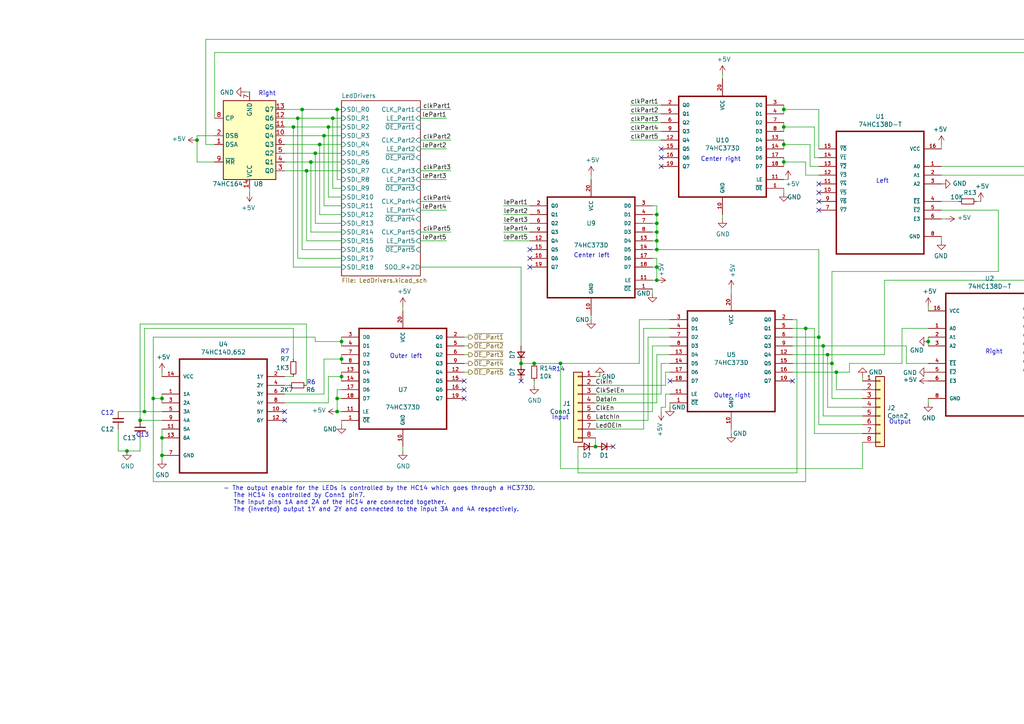
<source format=kicad_sch>
(kicad_sch (version 20230121) (generator eeschema)
  (paper "A4")
  (lib_symbols
    (symbol "74HC373D-74HC373D_1" (pin_names (offset 1.016))
      (property "Reference" "U" (at -5.588 16.7386 0))
      (property "Value" "74HC373D" (at 1.27 -17.78 0))
      (symbol "74HC373D-74HC373D_1_0_0"
        (pin tri_state line (at -17.78 -12.7 0) (length 5.08) (name "~{OE}") (number "1"))
        (pin passive line (at 0 -20.32 90) (length 5.08) (name "GND") (number "10"))
        (pin input line (at -17.78 -10.16 0) (length 5.08) (name "LE") (number "11"))
        (pin output line (at 17.78 1.27 180) (length 5.08) (name "Q4") (number "12"))
        (pin input line (at -17.78 1.27 0) (length 5.08) (name "D4") (number "13"))
        (pin input line (at -17.78 -1.27 0) (length 5.08) (name "D5") (number "14"))
        (pin output line (at 17.78 -1.27 180) (length 5.08) (name "Q5") (number "15"))
        (pin output line (at 17.78 -3.81 180) (length 5.08) (name "Q6") (number "16"))
        (pin input line (at -17.78 -3.81 0) (length 5.08) (name "D6") (number "17"))
        (pin input line (at -17.78 -6.35 0) (length 5.08) (name "D7") (number "18"))
        (pin output line (at 17.78 -6.35 180) (length 5.08) (name "Q7") (number "19"))
        (pin output line (at 17.78 11.43 180) (length 5.08) (name "Q0") (number "2"))
        (pin power_in line (at 0 19.05 270) (length 5.08) (name "VCC") (number "20"))
        (pin input line (at -17.78 11.43 0) (length 5.08) (name "D0") (number "3"))
        (pin input line (at -17.78 8.89 0) (length 5.08) (name "D1") (number "4"))
        (pin output line (at 17.78 8.89 180) (length 5.08) (name "Q1") (number "5"))
        (pin output line (at 17.78 6.35 180) (length 5.08) (name "Q2") (number "6"))
        (pin input line (at -17.78 6.35 0) (length 5.08) (name "D2") (number "7"))
        (pin input line (at -17.78 3.81 0) (length 5.08) (name "D3") (number "8"))
        (pin output line (at 17.78 3.81 180) (length 5.08) (name "Q3") (number "9"))
      )
    )
    (symbol "74HC373D-74HC373D_2" (pin_names (offset 1.016))
      (property "Reference" "U" (at -5.588 16.7386 0))
      (property "Value" "74HC373D" (at 1.27 -17.78 0))
      (symbol "74HC373D-74HC373D_2_0_0"
        (pin tri_state line (at -17.78 -12.7 0) (length 5.08) (name "~{OE}") (number "1"))
        (pin passive line (at 0 -20.32 90) (length 5.08) (name "GND") (number "10"))
        (pin input line (at -17.78 -10.16 0) (length 5.08) (name "LE") (number "11"))
        (pin output line (at 17.78 1.27 180) (length 5.08) (name "Q4") (number "12"))
        (pin input line (at -17.78 1.27 0) (length 5.08) (name "D4") (number "13"))
        (pin input line (at -17.78 -1.27 0) (length 5.08) (name "D5") (number "14"))
        (pin output line (at 17.78 -1.27 180) (length 5.08) (name "Q5") (number "15"))
        (pin output line (at 17.78 -3.81 180) (length 5.08) (name "Q6") (number "16"))
        (pin input line (at -17.78 -3.81 0) (length 5.08) (name "D6") (number "17"))
        (pin input line (at -17.78 -6.35 0) (length 5.08) (name "D7") (number "18"))
        (pin output line (at 17.78 -6.35 180) (length 5.08) (name "Q7") (number "19"))
        (pin output line (at 17.78 11.43 180) (length 5.08) (name "Q0") (number "2"))
        (pin power_in line (at 0 19.05 270) (length 5.08) (name "VCC") (number "20"))
        (pin input line (at -17.78 11.43 0) (length 5.08) (name "D0") (number "3"))
        (pin input line (at -17.78 8.89 0) (length 5.08) (name "D1") (number "4"))
        (pin output line (at 17.78 8.89 180) (length 5.08) (name "Q1") (number "5"))
        (pin output line (at 17.78 6.35 180) (length 5.08) (name "Q2") (number "6"))
        (pin input line (at -17.78 6.35 0) (length 5.08) (name "D2") (number "7"))
        (pin input line (at -17.78 3.81 0) (length 5.08) (name "D3") (number "8"))
        (pin output line (at 17.78 3.81 180) (length 5.08) (name "Q3") (number "9"))
      )
    )
    (symbol "74HC373D-74HC373D_3" (pin_names (offset 1.016))
      (property "Reference" "U" (at -5.588 16.7386 0))
      (property "Value" "74HC373D" (at 1.27 -17.78 0))
      (symbol "74HC373D-74HC373D_3_0_0"
        (pin tri_state line (at -17.78 -12.7 0) (length 5.08) (name "~{OE}") (number "1"))
        (pin passive line (at 0 -20.32 90) (length 5.08) (name "GND") (number "10"))
        (pin input line (at -17.78 -10.16 0) (length 5.08) (name "LE") (number "11"))
        (pin output line (at 17.78 1.27 180) (length 5.08) (name "Q4") (number "12"))
        (pin input line (at -17.78 1.27 0) (length 5.08) (name "D4") (number "13"))
        (pin input line (at -17.78 -1.27 0) (length 5.08) (name "D5") (number "14"))
        (pin output line (at 17.78 -1.27 180) (length 5.08) (name "Q5") (number "15"))
        (pin output line (at 17.78 -3.81 180) (length 5.08) (name "Q6") (number "16"))
        (pin input line (at -17.78 -3.81 0) (length 5.08) (name "D6") (number "17"))
        (pin input line (at -17.78 -6.35 0) (length 5.08) (name "D7") (number "18"))
        (pin output line (at 17.78 -6.35 180) (length 5.08) (name "Q7") (number "19"))
        (pin output line (at 17.78 11.43 180) (length 5.08) (name "Q0") (number "2"))
        (pin power_in line (at 0 19.05 270) (length 5.08) (name "VCC") (number "20"))
        (pin input line (at -17.78 11.43 0) (length 5.08) (name "D0") (number "3"))
        (pin input line (at -17.78 8.89 0) (length 5.08) (name "D1") (number "4"))
        (pin output line (at 17.78 8.89 180) (length 5.08) (name "Q1") (number "5"))
        (pin output line (at 17.78 6.35 180) (length 5.08) (name "Q2") (number "6"))
        (pin input line (at -17.78 6.35 0) (length 5.08) (name "D2") (number "7"))
        (pin input line (at -17.78 3.81 0) (length 5.08) (name "D3") (number "8"))
        (pin output line (at 17.78 3.81 180) (length 5.08) (name "Q3") (number "9"))
      )
    )
    (symbol "74xx:74HC164"
      (property "Reference" "U" (at 1.905 -13.97 0))
      (property "Value" "74HC164" (at 1.905 -16.51 0))
      (symbol "74HC164_1_1"
        (pin input line (at -10.16 0 0) (length 2.54) (name "DSA") (number "1"))
        (pin output line (at 10.16 -2.54 180) (length 2.54) (name "Q4") (number "10"))
        (pin output line (at 10.16 -5.08 180) (length 2.54) (name "Q5") (number "11"))
        (pin output line (at 10.16 -7.62 180) (length 2.54) (name "Q6") (number "12"))
        (pin output line (at 10.16 -10.16 180) (length 2.54) (name "Q7") (number "13"))
        (pin power_in line (at 0 12.7 270) (length 2.54) (name "VCC") (number "14"))
        (pin input line (at -10.16 -2.54 0) (length 2.54) (name "DSB") (number "2"))
        (pin output line (at 10.16 7.62 180) (length 2.54) (name "Q0") (number "3"))
        (pin output line (at 10.16 5.08 180) (length 2.54) (name "Q1") (number "4"))
        (pin output line (at 10.16 2.54 180) (length 2.54) (name "Q2") (number "5"))
        (pin output line (at 10.16 0 180) (length 2.54) (name "Q3") (number "6"))
        (pin power_in line (at 0 -15.24 90) (length 2.54) (name "GND") (number "7"))
        (pin input line (at -10.16 -7.62 0) (length 2.54) (name "CP") (number "8"))
        (pin input line (at -10.16 5.08 0) (length 2.54) (name "~{MR}") (number "9"))
      )
    )
    (symbol "Connector_Generic:Conn_01x08" (pin_names (offset 1.016) hide)
      (property "Reference" "J" (at 0 10.16 0))
      (property "Value" "Conn_01x08" (at 0 -12.7 0))
      (symbol "Conn_01x08_1_1"
        (pin passive line (at -5.08 7.62 0) (length 3.81) (name "Pin_1") (number "1"))
        (pin passive line (at -5.08 5.08 0) (length 3.81) (name "Pin_2") (number "2"))
        (pin passive line (at -5.08 2.54 0) (length 3.81) (name "Pin_3") (number "3"))
        (pin passive line (at -5.08 0 0) (length 3.81) (name "Pin_4") (number "4"))
        (pin passive line (at -5.08 -2.54 0) (length 3.81) (name "Pin_5") (number "5"))
        (pin passive line (at -5.08 -5.08 0) (length 3.81) (name "Pin_6") (number "6"))
        (pin passive line (at -5.08 -7.62 0) (length 3.81) (name "Pin_7") (number "7"))
        (pin passive line (at -5.08 -10.16 0) (length 3.81) (name "Pin_8") (number "8"))
      )
    )
    (symbol "Connector_Generic:Conn_01x09" (pin_names (offset 1.016) hide)
      (property "Reference" "J" (at 0 12.7 0))
      (property "Value" "Conn_01x09" (at 0 -12.7 0))
      (symbol "Conn_01x09_1_1"
        (pin passive line (at -5.08 10.16 0) (length 3.81) (name "Pin_1") (number "1"))
        (pin passive line (at -5.08 7.62 0) (length 3.81) (name "Pin_2") (number "2"))
        (pin passive line (at -5.08 5.08 0) (length 3.81) (name "Pin_3") (number "3"))
        (pin passive line (at -5.08 2.54 0) (length 3.81) (name "Pin_4") (number "4"))
        (pin passive line (at -5.08 0 0) (length 3.81) (name "Pin_5") (number "5"))
        (pin passive line (at -5.08 -2.54 0) (length 3.81) (name "Pin_6") (number "6"))
        (pin passive line (at -5.08 -5.08 0) (length 3.81) (name "Pin_7") (number "7"))
        (pin passive line (at -5.08 -7.62 0) (length 3.81) (name "Pin_8") (number "8"))
        (pin passive line (at -5.08 -10.16 0) (length 3.81) (name "Pin_9") (number "9"))
      )
    )
    (symbol "Device:C_Small" (pin_numbers hide) (pin_names (offset 0.254) hide)
      (property "Reference" "C" (at 0.254 1.778 0))
      (property "Value" "C_Small" (at 0.254 -2.032 0))
      (symbol "C_Small_1_1"
        (pin passive line (at 0 2.54 270) (length 2.032) (name "~") (number "1"))
        (pin passive line (at 0 -2.54 90) (length 2.032) (name "~") (number "2"))
      )
    )
    (symbol "Device:D_Small" (pin_numbers hide) (pin_names (offset 0.254) hide)
      (property "Reference" "D" (at -1.27 2.032 0))
      (property "Value" "D_Small" (at -3.81 -2.032 0))
      (symbol "D_Small_1_1"
        (pin passive line (at -2.54 0 0) (length 1.778) (name "K") (number "1"))
        (pin passive line (at 2.54 0 180) (length 1.778) (name "A") (number "2"))
      )
    )
    (symbol "Device:R_Small" (pin_numbers hide) (pin_names (offset 0.254) hide)
      (property "Reference" "R" (at 0.762 0.508 0))
      (property "Value" "R_Small" (at 0.762 -1.016 0))
      (symbol "R_Small_1_1"
        (pin passive line (at 0 2.54 270) (length 0.762) (name "~") (number "1"))
        (pin passive line (at 0 -2.54 90) (length 0.762) (name "~") (number "2"))
      )
    )
    (symbol "LedMatrixBusLarge-rescue:74HC138D-T-74HC138D-T" (pin_names (offset 1.016))
      (property "Reference" "U" (at -5.2832 18.034 0))
      (property "Value" "74HC138D-T-74HC138D-T" (at -4.318 -24.9428 0))
      (symbol "74HC138D-T-74HC138D-T_0_0"
        (pin input line (at -17.78 5.08 0) (length 5.08) (name "A0") (number "1"))
        (pin output line (at 17.78 -2.54 180) (length 5.08) (name "~{Y5}") (number "10"))
        (pin output line (at 17.78 0 180) (length 5.08) (name "~{Y4}") (number "11"))
        (pin output line (at 17.78 2.54 180) (length 5.08) (name "~{Y3}") (number "12"))
        (pin output line (at 17.78 5.08 180) (length 5.08) (name "~{Y2}") (number "13"))
        (pin output line (at 17.78 7.62 180) (length 5.08) (name "~{Y1}") (number "14"))
        (pin output line (at 17.78 10.16 180) (length 5.08) (name "~{Y0}") (number "15"))
        (pin power_in line (at -17.78 10.16 0) (length 5.08) (name "VCC") (number "16"))
        (pin input line (at -17.78 2.54 0) (length 5.08) (name "A1") (number "2"))
        (pin input line (at -17.78 0 0) (length 5.08) (name "A2") (number "3"))
        (pin input line (at -17.78 -5.08 0) (length 5.08) (name "~{E1}") (number "4"))
        (pin input line (at -17.78 -7.62 0) (length 5.08) (name "~{E2}") (number "5"))
        (pin input line (at -17.78 -10.16 0) (length 5.08) (name "E3") (number "6"))
        (pin output line (at 17.78 -7.62 180) (length 5.08) (name "~{Y7}") (number "7"))
        (pin passive line (at -17.78 -15.24 0) (length 5.08) (name "GND") (number "8"))
        (pin output line (at 17.78 -5.08 180) (length 5.08) (name "~{Y6}") (number "9"))
      )
    )
    (symbol "LedMatrixBusLarge-rescue:74HC14D,652-74HC14D_652" (pin_names (offset 1.016))
      (property "Reference" "U" (at -5.3594 15.4432 0))
      (property "Value" "74HC14D,652-74HC14D_652" (at -3.7084 -25.1206 0))
      (symbol "74HC14D,652-74HC14D_652_0_0"
        (pin input line (at -17.78 2.54 0) (length 5.08) (name "1A") (number "1"))
        (pin output line (at 17.78 -2.54 180) (length 5.08) (name "5Y") (number "10"))
        (pin input line (at -17.78 -7.62 0) (length 5.08) (name "5A") (number "11"))
        (pin output line (at 17.78 -5.08 180) (length 5.08) (name "6Y") (number "12"))
        (pin input line (at -17.78 -10.16 0) (length 5.08) (name "6A") (number "13"))
        (pin power_in line (at -17.78 7.62 0) (length 5.08) (name "VCC") (number "14"))
        (pin output line (at 17.78 7.62 180) (length 5.08) (name "1Y") (number "2"))
        (pin input line (at -17.78 0 0) (length 5.08) (name "2A") (number "3"))
        (pin output line (at 17.78 5.08 180) (length 5.08) (name "2Y") (number "4"))
        (pin input line (at -17.78 -2.54 0) (length 5.08) (name "3A") (number "5"))
        (pin output line (at 17.78 2.54 180) (length 5.08) (name "3Y") (number "6"))
        (pin passive line (at -17.78 -15.24 0) (length 5.08) (name "GND") (number "7"))
        (pin output line (at 17.78 0 180) (length 5.08) (name "4Y") (number "8"))
        (pin input line (at -17.78 -5.08 0) (length 5.08) (name "4A") (number "9"))
      )
    )
    (symbol "LedMatrixBusLarge-rescue:74HC373D-74HC373D" (pin_names (offset 1.016))
      (property "Reference" "U" (at -5.588 16.7386 0))
      (property "Value" "74HC373D" (at 1.27 -17.78 0))
      (symbol "74HC373D-74HC373D_0_0"
        (pin tri_state line (at -17.78 -12.7 0) (length 5.08) (name "~{OE}") (number "1"))
        (pin passive line (at 0 -20.32 90) (length 5.08) (name "GND") (number "10"))
        (pin input line (at -17.78 -10.16 0) (length 5.08) (name "LE") (number "11"))
        (pin output line (at 17.78 1.27 180) (length 5.08) (name "Q4") (number "12"))
        (pin input line (at -17.78 1.27 0) (length 5.08) (name "D4") (number "13"))
        (pin input line (at -17.78 -1.27 0) (length 5.08) (name "D5") (number "14"))
        (pin output line (at 17.78 -1.27 180) (length 5.08) (name "Q5") (number "15"))
        (pin output line (at 17.78 -3.81 180) (length 5.08) (name "Q6") (number "16"))
        (pin input line (at -17.78 -3.81 0) (length 5.08) (name "D6") (number "17"))
        (pin input line (at -17.78 -6.35 0) (length 5.08) (name "D7") (number "18"))
        (pin output line (at 17.78 -6.35 180) (length 5.08) (name "Q7") (number "19"))
        (pin output line (at 17.78 11.43 180) (length 5.08) (name "Q0") (number "2"))
        (pin power_in line (at 0 19.05 270) (length 5.08) (name "VCC") (number "20"))
        (pin input line (at -17.78 11.43 0) (length 5.08) (name "D0") (number "3"))
        (pin input line (at -17.78 8.89 0) (length 5.08) (name "D1") (number "4"))
        (pin output line (at 17.78 8.89 180) (length 5.08) (name "Q1") (number "5"))
        (pin output line (at 17.78 6.35 180) (length 5.08) (name "Q2") (number "6"))
        (pin input line (at -17.78 6.35 0) (length 5.08) (name "D2") (number "7"))
        (pin input line (at -17.78 3.81 0) (length 5.08) (name "D3") (number "8"))
        (pin output line (at 17.78 3.81 180) (length 5.08) (name "Q3") (number "9"))
      )
    )
    (symbol "power:+5V" (power) (pin_names (offset 0))
      (property "Value" "+5V" (at 0 3.556 0))
      (symbol "+5V_1_1"
        (pin power_in line (at 0 0 90) (length 0) hide (name "+5V") (number "1"))
      )
    )
    (symbol "power:GND" (power) (pin_names (offset 0))
      (property "Value" "GND" (at 0 -3.81 0))
      (symbol "GND_1_1"
        (pin power_in line (at 0 0 270) (length 0) hide (name "GND") (number "1"))
      )
    )
  )
  (junction (at 46.99 132.08))
  (junction (at 190.5 72.39))
  (junction (at 306.07 81.28))
  (junction (at 227.33 36.83))
  (junction (at 233.68 95.25))
  (junction (at 88.9 49.53))
  (junction (at 227.33 31.75))
  (junction (at 40.64 121.92))
  (junction (at 240.03 102.87))
  (junction (at 97.79 31.75))
  (junction (at 154.94 105.41))
  (junction (at 99.06 104.14))
  (junction (at 96.52 34.29))
  (junction (at 269.24 99.06))
  (junction (at 356.87 90.17))
  (junction (at 356.87 97.79))
  (junction (at 190.5 67.31))
  (junction (at 46.99 127))
  (junction (at 44.45 115.57))
  (junction (at 190.5 81.28))
  (junction (at 91.44 44.45))
  (junction (at 99.06 109.22))
  (junction (at 90.17 46.99))
  (junction (at 241.3 105.41))
  (junction (at 238.76 100.33))
  (junction (at 97.79 119.38))
  (junction (at 36.83 130.81))
  (junction (at 92.71 41.91))
  (junction (at 151.13 105.41))
  (junction (at 99.06 99.06))
  (junction (at 93.98 39.37))
  (junction (at 242.57 107.95))
  (junction (at 172.72 129.54))
  (junction (at 41.91 119.38))
  (junction (at 321.31 92.71))
  (junction (at 237.49 97.79))
  (junction (at 190.5 64.77))
  (junction (at 86.36 34.29))
  (junction (at 227.33 46.99))
  (junction (at 162.56 105.41))
  (junction (at 227.33 41.91))
  (junction (at 95.25 36.83))
  (junction (at 87.63 31.75))
  (junction (at 46.99 115.57))
  (junction (at 97.79 115.57))
  (junction (at 190.5 77.47))
  (junction (at 190.5 62.23))
  (junction (at 190.5 69.85))
  (junction (at 85.09 36.83))
  (junction (at 57.15 40.64))
  (no_connect (at 151.13 110.49))
  (no_connect (at 304.8 95.25))
  (no_connect (at 229.87 110.49))
  (no_connect (at 134.62 113.03))
  (no_connect (at 177.8 129.54))
  (no_connect (at 153.67 74.93))
  (no_connect (at 153.67 72.39))
  (no_connect (at 194.31 110.49))
  (no_connect (at 191.77 45.72))
  (no_connect (at 304.8 107.95))
  (no_connect (at 82.55 119.38))
  (no_connect (at 237.49 58.42))
  (no_connect (at 82.55 121.92))
  (no_connect (at 304.8 102.87))
  (no_connect (at 304.8 100.33))
  (no_connect (at 237.49 53.34))
  (no_connect (at 304.8 97.79))
  (no_connect (at 134.62 110.49))
  (no_connect (at 153.67 77.47))
  (no_connect (at 134.62 115.57))
  (no_connect (at 237.49 60.96))
  (no_connect (at 191.77 43.18))
  (no_connect (at 191.77 48.26))
  (no_connect (at 237.49 55.88))
  (no_connect (at 304.8 105.41))
  (wire (pts (xy 273.05 41.91) (xy 273.05 43.18)))
  (wire (pts (xy 41.91 95.25) (xy 85.09 95.25)))
  (wire (pts (xy 99.06 104.14) (xy 93.98 104.14)))
  (wire (pts (xy 350.52 100.33) (xy 350.52 96.52)))
  (wire (pts (xy 92.71 41.91) (xy 99.06 41.91)))
  (wire (pts (xy 86.36 74.93) (xy 86.36 34.29)))
  (wire (pts (xy 135.89 107.95) (xy 134.62 107.95)))
  (wire (pts (xy 358.14 100.33) (xy 350.52 100.33)))
  (wire (pts (xy 99.06 121.92) (xy 99.06 123.19)))
  (wire (pts (xy 121.92 77.47) (xy 151.13 77.47)))
  (wire (pts (xy 234.95 48.26) (xy 234.95 41.91)))
  (wire (pts (xy 189.23 100.33) (xy 194.31 100.33)))
  (wire (pts (xy 91.44 97.79) (xy 91.44 99.06)))
  (wire (pts (xy 82.55 39.37) (xy 93.98 39.37)))
  (wire (pts (xy 187.96 121.92) (xy 187.96 97.79)))
  (wire (pts (xy 85.09 77.47) (xy 85.09 36.83)))
  (wire (pts (xy 347.98 107.95) (xy 347.98 101.6)))
  (wire (pts (xy 227.33 41.91) (xy 227.33 43.18)))
  (wire (pts (xy 358.14 95.25) (xy 345.44 95.25)))
  (wire (pts (xy 91.44 99.06) (xy 99.06 99.06)))
  (wire (pts (xy 121.92 58.42) (xy 130.81 58.42)))
  (wire (pts (xy 289.56 78.74) (xy 289.56 60.96)))
  (wire (pts (xy 190.5 59.69) (xy 190.5 62.23)))
  (wire (pts (xy 90.17 46.99) (xy 99.06 46.99)))
  (wire (pts (xy 82.55 46.99) (xy 90.17 46.99)))
  (wire (pts (xy 193.04 107.95) (xy 194.31 107.95)))
  (wire (pts (xy 236.22 45.72) (xy 236.22 36.83)))
  (wire (pts (xy 82.55 36.83) (xy 85.09 36.83)))
  (wire (pts (xy 274.32 63.5) (xy 273.05 63.5)))
  (wire (pts (xy 71.12 26.67) (xy 72.39 26.67)))
  (wire (pts (xy 227.33 35.56) (xy 227.33 36.83)))
  (wire (pts (xy 321.31 92.71) (xy 321.31 99.06)))
  (wire (pts (xy 82.55 116.84) (xy 95.25 116.84)))
  (wire (pts (xy 375.92 48.26) (xy 273.05 48.26)))
  (wire (pts (xy 91.44 64.77) (xy 91.44 44.45)))
  (wire (pts (xy 193.04 111.76) (xy 193.04 107.95)))
  (wire (pts (xy 95.25 109.22) (xy 95.25 116.84)))
  (wire (pts (xy 193.04 118.11) (xy 191.77 118.11)))
  (wire (pts (xy 99.06 62.23) (xy 92.71 62.23)))
  (wire (pts (xy 172.72 121.92) (xy 187.96 121.92)))
  (wire (pts (xy 162.56 135.89) (xy 162.56 105.41)))
  (wire (pts (xy 234.95 41.91) (xy 227.33 41.91)))
  (wire (pts (xy 34.29 119.38) (xy 41.91 119.38)))
  (wire (pts (xy 34.29 124.46) (xy 34.29 130.81)))
  (wire (pts (xy 261.62 105.41) (xy 261.62 95.25)))
  (wire (pts (xy 46.99 114.3) (xy 46.99 115.57)))
  (wire (pts (xy 172.72 119.38) (xy 189.23 119.38)))
  (wire (pts (xy 95.25 57.15) (xy 95.25 36.83)))
  (wire (pts (xy 308.61 92.71) (xy 304.8 92.71)))
  (wire (pts (xy 82.55 31.75) (xy 87.63 31.75)))
  (wire (pts (xy 46.99 124.46) (xy 46.99 127)))
  (wire (pts (xy 190.5 72.39) (xy 237.49 72.39)))
  (wire (pts (xy 162.56 135.89) (xy 250.19 135.89)))
  (wire (pts (xy 59.69 11.43) (xy 59.69 41.91)))
  (wire (pts (xy 250.19 118.11) (xy 240.03 118.11)))
  (wire (pts (xy 93.98 39.37) (xy 99.06 39.37)))
  (wire (pts (xy 227.33 31.75) (xy 237.49 31.75)))
  (wire (pts (xy 345.44 111.76) (xy 374.65 111.76)))
  (wire (pts (xy 36.83 130.81) (xy 40.64 130.81)))
  (wire (pts (xy 97.79 119.38) (xy 99.06 119.38)))
  (wire (pts (xy 241.3 105.41) (xy 241.3 78.74)))
  (wire (pts (xy 190.5 77.47) (xy 190.5 81.28)))
  (wire (pts (xy 229.87 92.71) (xy 231.14 92.71)))
  (wire (pts (xy 227.33 33.02) (xy 227.33 31.75)))
  (wire (pts (xy 194.31 116.84) (xy 194.31 118.11)))
  (wire (pts (xy 182.88 35.56) (xy 191.77 35.56)))
  (wire (pts (xy 227.33 52.07) (xy 228.6 52.07)))
  (wire (pts (xy 99.06 113.03) (xy 97.79 113.03)))
  (wire (pts (xy 240.03 102.87) (xy 229.87 102.87)))
  (wire (pts (xy 62.23 15.24) (xy 62.23 34.29)))
  (wire (pts (xy 374.65 50.8) (xy 273.05 50.8)))
  (wire (pts (xy 99.06 99.06) (xy 99.06 97.79)))
  (wire (pts (xy 349.25 99.06) (xy 344.17 99.06)))
  (wire (pts (xy 345.44 87.63) (xy 358.14 87.63)))
  (wire (pts (xy 237.49 123.19) (xy 237.49 97.79)))
  (wire (pts (xy 323.85 104.14) (xy 308.61 104.14)))
  (wire (pts (xy 121.92 52.07) (xy 129.54 52.07)))
  (wire (pts (xy 99.06 104.14) (xy 99.06 105.41)))
  (wire (pts (xy 256.54 81.28) (xy 256.54 102.87)))
  (wire (pts (xy 236.22 125.73) (xy 236.22 95.25)))
  (wire (pts (xy 345.44 91.44) (xy 344.17 91.44)))
  (wire (pts (xy 241.3 78.74) (xy 289.56 78.74)))
  (wire (pts (xy 233.68 46.99) (xy 227.33 46.99)))
  (wire (pts (xy 167.64 137.16) (xy 231.14 137.16)))
  (wire (pts (xy 344.17 113.03) (xy 375.92 113.03)))
  (wire (pts (xy 185.42 105.41) (xy 185.42 92.71)))
  (wire (pts (xy 308.61 104.14) (xy 308.61 92.71)))
  (wire (pts (xy 237.49 31.75) (xy 237.49 43.18)))
  (wire (pts (xy 262.89 105.41) (xy 269.24 105.41)))
  (wire (pts (xy 99.06 59.69) (xy 93.98 59.69)))
  (wire (pts (xy 40.64 121.92) (xy 40.64 93.98)))
  (wire (pts (xy 242.57 107.95) (xy 246.38 107.95)))
  (wire (pts (xy 273.05 58.42) (xy 278.13 58.42)))
  (wire (pts (xy 182.88 40.64) (xy 191.77 40.64)))
  (wire (pts (xy 46.99 121.92) (xy 40.64 121.92)))
  (wire (pts (xy 189.23 119.38) (xy 189.23 100.33)))
  (wire (pts (xy 151.13 100.33) (xy 151.13 77.47)))
  (wire (pts (xy 190.5 69.85) (xy 190.5 72.39)))
  (wire (pts (xy 121.92 49.53) (xy 130.81 49.53)))
  (wire (pts (xy 347.98 101.6) (xy 344.17 101.6)))
  (wire (pts (xy 99.06 115.57) (xy 97.79 115.57)))
  (wire (pts (xy 314.96 96.52) (xy 323.85 96.52)))
  (wire (pts (xy 154.94 105.41) (xy 162.56 105.41)))
  (wire (pts (xy 233.68 139.7) (xy 44.45 139.7)))
  (wire (pts (xy 134.62 102.87) (xy 135.89 102.87)))
  (wire (pts (xy 250.19 109.22) (xy 250.19 110.49)))
  (wire (pts (xy 41.91 119.38) (xy 41.91 95.25)))
  (wire (pts (xy 231.14 137.16) (xy 231.14 92.71)))
  (wire (pts (xy 269.24 116.84) (xy 269.24 115.57)))
  (wire (pts (xy 99.06 74.93) (xy 86.36 74.93)))
  (wire (pts (xy 212.09 125.73) (xy 212.09 124.46)))
  (wire (pts (xy 88.9 49.53) (xy 99.06 49.53)))
  (wire (pts (xy 246.38 105.41) (xy 261.62 105.41)))
  (wire (pts (xy 227.33 40.64) (xy 227.33 41.91)))
  (wire (pts (xy 356.87 81.28) (xy 356.87 90.17)))
  (wire (pts (xy 44.45 97.79) (xy 44.45 115.57)))
  (wire (pts (xy 334.01 113.03) (xy 334.01 111.76)))
  (wire (pts (xy 72.39 54.61) (xy 72.39 55.88)))
  (wire (pts (xy 172.72 116.84) (xy 190.5 116.84)))
  (wire (pts (xy 134.62 100.33) (xy 135.89 100.33)))
  (wire (pts (xy 91.44 44.45) (xy 99.06 44.45)))
  (wire (pts (xy 189.23 72.39) (xy 190.5 72.39)))
  (wire (pts (xy 85.09 36.83) (xy 95.25 36.83)))
  (wire (pts (xy 97.79 113.03) (xy 97.79 115.57)))
  (wire (pts (xy 121.92 43.18) (xy 129.54 43.18)))
  (wire (pts (xy 358.14 92.71) (xy 345.44 92.71)))
  (wire (pts (xy 190.5 116.84) (xy 190.5 102.87)))
  (wire (pts (xy 82.55 109.22) (xy 85.09 109.22)))
  (wire (pts (xy 212.09 83.82) (xy 212.09 85.09)))
  (wire (pts (xy 236.22 36.83) (xy 227.33 36.83)))
  (wire (pts (xy 191.77 114.3) (xy 191.77 105.41)))
  (wire (pts (xy 99.06 102.87) (xy 99.06 104.14)))
  (wire (pts (xy 182.88 38.1) (xy 191.77 38.1)))
  (wire (pts (xy 227.33 31.75) (xy 227.33 30.48)))
  (wire (pts (xy 87.63 72.39) (xy 87.63 31.75)))
  (wire (pts (xy 269.24 99.06) (xy 269.24 100.33)))
  (wire (pts (xy 194.31 114.3) (xy 193.04 114.3)))
  (wire (pts (xy 59.69 41.91) (xy 62.23 41.91)))
  (wire (pts (xy 189.23 74.93) (xy 190.5 74.93)))
  (wire (pts (xy 97.79 115.57) (xy 97.79 119.38)))
  (wire (pts (xy 190.5 62.23) (xy 190.5 64.77)))
  (wire (pts (xy 189.23 83.82) (xy 189.23 85.09)))
  (wire (pts (xy 350.52 96.52) (xy 344.17 96.52)))
  (wire (pts (xy 154.94 111.76) (xy 154.94 110.49)))
  (wire (pts (xy 182.88 30.48) (xy 191.77 30.48)))
  (wire (pts (xy 34.29 130.81) (xy 36.83 130.81)))
  (wire (pts (xy 187.96 97.79) (xy 194.31 97.79)))
  (wire (pts (xy 82.55 41.91) (xy 92.71 41.91)))
  (wire (pts (xy 121.92 60.96) (xy 129.54 60.96)))
  (wire (pts (xy 375.92 113.03) (xy 375.92 48.26)))
  (wire (pts (xy 358.14 105.41) (xy 356.87 105.41)))
  (wire (pts (xy 237.49 50.8) (xy 233.68 50.8)))
  (wire (pts (xy 93.98 114.3) (xy 82.55 114.3)))
  (wire (pts (xy 99.06 77.47) (xy 85.09 77.47)))
  (wire (pts (xy 190.5 67.31) (xy 190.5 69.85)))
  (wire (pts (xy 121.92 31.75) (xy 130.81 31.75)))
  (wire (pts (xy 238.76 100.33) (xy 262.89 100.33)))
  (wire (pts (xy 356.87 90.17) (xy 358.14 90.17)))
  (wire (pts (xy 96.52 34.29) (xy 86.36 34.29)))
  (wire (pts (xy 99.06 72.39) (xy 87.63 72.39)))
  (wire (pts (xy 162.56 105.41) (xy 185.42 105.41)))
  (wire (pts (xy 189.23 67.31) (xy 190.5 67.31)))
  (wire (pts (xy 250.19 115.57) (xy 241.3 115.57)))
  (wire (pts (xy 44.45 97.79) (xy 91.44 97.79)))
  (wire (pts (xy 93.98 59.69) (xy 93.98 39.37)))
  (wire (pts (xy 116.84 88.9) (xy 116.84 90.17)))
  (wire (pts (xy 146.05 67.31) (xy 153.67 67.31)))
  (wire (pts (xy 345.44 87.63) (xy 345.44 88.9)))
  (wire (pts (xy 88.9 111.76) (xy 88.9 93.98)))
  (wire (pts (xy 99.06 69.85) (xy 88.9 69.85)))
  (wire (pts (xy 57.15 46.99) (xy 62.23 46.99)))
  (wire (pts (xy 46.99 115.57) (xy 46.99 116.84)))
  (wire (pts (xy 306.07 81.28) (xy 306.07 11.43)))
  (wire (pts (xy 121.92 40.64) (xy 130.81 40.64)))
  (wire (pts (xy 99.06 109.22) (xy 99.06 110.49)))
  (wire (pts (xy 189.23 62.23) (xy 190.5 62.23)))
  (wire (pts (xy 345.44 95.25) (xy 345.44 93.98)))
  (wire (pts (xy 227.33 45.72) (xy 227.33 46.99)))
  (wire (pts (xy 250.19 123.19) (xy 237.49 123.19)))
  (wire (pts (xy 269.24 97.79) (xy 269.24 99.06)))
  (wire (pts (xy 358.14 107.95) (xy 347.98 107.95)))
  (wire (pts (xy 190.5 74.93) (xy 190.5 77.47)))
  (wire (pts (xy 95.25 109.22) (xy 99.06 109.22)))
  (wire (pts (xy 62.23 39.37) (xy 57.15 39.37)))
  (wire (pts (xy 57.15 39.37) (xy 57.15 40.64)))
  (wire (pts (xy 321.31 99.06) (xy 323.85 99.06)))
  (wire (pts (xy 269.24 88.9) (xy 269.24 90.17)))
  (wire (pts (xy 146.05 62.23) (xy 153.67 62.23)))
  (wire (pts (xy 40.64 93.98) (xy 88.9 93.98)))
  (wire (pts (xy 171.45 91.44) (xy 171.45 92.71)))
  (wire (pts (xy 344.17 104.14) (xy 345.44 104.14)))
  (wire (pts (xy 237.49 48.26) (xy 234.95 48.26)))
  (wire (pts (xy 189.23 64.77) (xy 190.5 64.77)))
  (wire (pts (xy 121.92 69.85) (xy 129.54 69.85)))
  (wire (pts (xy 321.31 91.44) (xy 321.31 92.71)))
  (wire (pts (xy 344.17 106.68) (xy 344.17 113.03)))
  (wire (pts (xy 185.42 92.71) (xy 194.31 92.71)))
  (wire (pts (xy 82.55 49.53) (xy 88.9 49.53)))
  (wire (pts (xy 153.67 69.85) (xy 146.05 69.85)))
  (wire (pts (xy 227.33 36.83) (xy 227.33 38.1)))
  (wire (pts (xy 209.55 21.59) (xy 209.55 22.86)))
  (wire (pts (xy 345.44 92.71) (xy 345.44 91.44)))
  (wire (pts (xy 356.87 105.41) (xy 356.87 97.79)))
  (wire (pts (xy 99.06 67.31) (xy 90.17 67.31)))
  (wire (pts (xy 190.5 64.77) (xy 190.5 67.31)))
  (wire (pts (xy 250.19 113.03) (xy 242.57 113.03)))
  (wire (pts (xy 134.62 105.41) (xy 135.89 105.41)))
  (wire (pts (xy 233.68 95.25) (xy 233.68 139.7)))
  (wire (pts (xy 240.03 102.87) (xy 256.54 102.87)))
  (wire (pts (xy 242.57 113.03) (xy 242.57 107.95)))
  (wire (pts (xy 40.64 130.81) (xy 40.64 127)))
  (wire (pts (xy 99.06 107.95) (xy 99.06 109.22)))
  (wire (pts (xy 46.99 107.95) (xy 46.99 109.22)))
  (wire (pts (xy 306.07 81.28) (xy 314.96 81.28)))
  (wire (pts (xy 82.55 44.45) (xy 91.44 44.45)))
  (wire (pts (xy 306.07 11.43) (xy 59.69 11.43)))
  (wire (pts (xy 189.23 59.69) (xy 190.5 59.69)))
  (wire (pts (xy 191.77 105.41) (xy 194.31 105.41)))
  (wire (pts (xy 93.98 104.14) (xy 93.98 114.3)))
  (wire (pts (xy 46.99 132.08) (xy 46.99 133.35)))
  (wire (pts (xy 46.99 115.57) (xy 44.45 115.57)))
  (wire (pts (xy 345.44 104.14) (xy 345.44 111.76)))
  (wire (pts (xy 356.87 97.79) (xy 356.87 90.17)))
  (wire (pts (xy 242.57 107.95) (xy 229.87 107.95)))
  (wire (pts (xy 237.49 97.79) (xy 229.87 97.79)))
  (wire (pts (xy 95.25 36.83) (xy 99.06 36.83)))
  (wire (pts (xy 171.45 50.8) (xy 171.45 52.07)))
  (wire (pts (xy 189.23 69.85) (xy 190.5 69.85)))
  (wire (pts (xy 289.56 60.96) (xy 273.05 60.96)))
  (wire (pts (xy 238.76 120.65) (xy 238.76 100.33)))
  (wire (pts (xy 130.81 67.31) (xy 121.92 67.31)))
  (wire (pts (xy 99.06 52.07) (xy 97.79 52.07)))
  (wire (pts (xy 349.25 102.87) (xy 349.25 99.06)))
  (wire (pts (xy 241.3 115.57) (xy 241.3 105.41)))
  (wire (pts (xy 241.3 105.41) (xy 229.87 105.41)))
  (wire (pts (xy 233.68 50.8) (xy 233.68 46.99)))
  (wire (pts (xy 227.33 54.61) (xy 227.33 55.88)))
  (wire (pts (xy 189.23 81.28) (xy 190.5 81.28)))
  (wire (pts (xy 238.76 100.33) (xy 229.87 100.33)))
  (wire (pts (xy 116.84 130.81) (xy 116.84 129.54)))
  (wire (pts (xy 44.45 115.57) (xy 44.45 139.7)))
  (wire (pts (xy 190.5 102.87) (xy 194.31 102.87)))
  (wire (pts (xy 96.52 54.61) (xy 96.52 34.29)))
  (wire (pts (xy 82.55 111.76) (xy 83.82 111.76)))
  (wire (pts (xy 97.79 52.07) (xy 97.79 31.75)))
  (wire (pts (xy 121.92 34.29) (xy 129.54 34.29)))
  (wire (pts (xy 146.05 64.77) (xy 153.67 64.77)))
  (wire (pts (xy 167.64 129.54) (xy 167.64 137.16)))
  (wire (pts (xy 250.19 128.27) (xy 250.19 135.89)))
  (wire (pts (xy 237.49 45.72) (xy 236.22 45.72)))
  (wire (pts (xy 86.36 34.29) (xy 82.55 34.29)))
  (wire (pts (xy 193.04 111.76) (xy 172.72 111.76)))
  (wire (pts (xy 334.01 82.55) (xy 334.01 83.82)))
  (wire (pts (xy 99.06 100.33) (xy 99.06 99.06)))
  (wire (pts (xy 186.69 95.25) (xy 194.31 95.25)))
  (wire (pts (xy 146.05 59.69) (xy 153.67 59.69)))
  (wire (pts (xy 85.09 104.14) (xy 85.09 95.25)))
  (wire (pts (xy 345.44 93.98) (xy 344.17 93.98)))
  (wire (pts (xy 99.06 64.77) (xy 91.44 64.77)))
  (wire (pts (xy 90.17 67.31) (xy 90.17 46.99)))
  (wire (pts (xy 374.65 111.76) (xy 374.65 50.8)))
  (wire (pts (xy 172.72 124.46) (xy 186.69 124.46)))
  (wire (pts (xy 284.48 58.42) (xy 283.21 58.42)))
  (wire (pts (xy 189.23 77.47) (xy 190.5 77.47)))
  (wire (pts (xy 250.19 125.73) (xy 236.22 125.73)))
  (wire (pts (xy 229.87 95.25) (xy 233.68 95.25)))
  (wire (pts (xy 191.77 118.11) (xy 191.77 119.38)))
  (wire (pts (xy 99.06 34.29) (xy 96.52 34.29)))
  (wire (pts (xy 99.06 54.61) (xy 96.52 54.61)))
  (wire (pts (xy 256.54 81.28) (xy 306.07 81.28)))
  (wire (pts (xy 261.62 95.25) (xy 269.24 95.25)))
  (wire (pts (xy 186.69 124.46) (xy 186.69 95.25)))
  (wire (pts (xy 87.63 31.75) (xy 97.79 31.75)))
  (wire (pts (xy 134.62 97.79) (xy 135.89 97.79)))
  (wire (pts (xy 246.38 107.95) (xy 246.38 105.41)))
  (wire (pts (xy 323.85 91.44) (xy 321.31 91.44)))
  (wire (pts (xy 182.88 33.02) (xy 191.77 33.02)))
  (wire (pts (xy 97.79 31.75) (xy 99.06 31.75)))
  (wire (pts (xy 193.04 114.3) (xy 193.04 118.11)))
  (wire (pts (xy 237.49 97.79) (xy 237.49 72.39)))
  (wire (pts (xy 173.99 109.22) (xy 172.72 109.22)))
  (wire (pts (xy 99.06 57.15) (xy 95.25 57.15)))
  (wire (pts (xy 151.13 105.41) (xy 154.94 105.41)))
  (wire (pts (xy 92.71 62.23) (xy 92.71 41.91)))
  (wire (pts (xy 304.8 90.17) (xy 304.8 15.24)))
  (wire (pts (xy 172.72 129.54) (xy 172.72 127)))
  (wire (pts (xy 304.8 15.24) (xy 62.23 15.24)))
  (wire (pts (xy 172.72 114.3) (xy 191.77 114.3)))
  (wire (pts (xy 88.9 69.85) (xy 88.9 49.53)))
  (wire (pts (xy 273.05 69.85) (xy 273.05 68.58)))
  (wire (pts (xy 236.22 95.25) (xy 233.68 95.25)))
  (wire (pts (xy 358.14 102.87) (xy 349.25 102.87)))
  (wire (pts (xy 356.87 97.79) (xy 358.14 97.79)))
  (wire (pts (xy 314.96 81.28) (xy 314.96 96.52)))
  (wire (pts (xy 262.89 100.33) (xy 262.89 105.41)))
  (wire (pts (xy 240.03 118.11) (xy 240.03 102.87)))
  (wire (pts (xy 46.99 119.38) (xy 41.91 119.38)))
  (wire (pts (xy 57.15 40.64) (xy 57.15 46.99)))
  (wire (pts (xy 209.55 62.23) (xy 209.55 63.5)))
  (wire (pts (xy 250.19 120.65) (xy 238.76 120.65)))
  (wire (pts (xy 345.44 88.9) (xy 344.17 88.9)))
  (wire (pts (xy 46.99 127) (xy 46.99 132.08)))
  (wire (pts (xy 227.33 46.99) (xy 227.33 48.26)))
  (text "- Depending on which of the pins of the Conn_ID_selector the jumper is set, \n   pin 4 of the left HC138 can be controlled. " (at 378.46 107.95 0) (effects (font (size 1.27 1.27)) (justify left bottom)))
  (text "- Data is shifted in per 8 lines. \n    This means that first the data for part 1 and 2 are shifted/clocked/latched in,\n    then for part 3 and 4\n    and after that the remaining 3 lines of part 5." (at 303.53 156.21 0) (effects (font (size 1.27 1.27)) (justify left bottom)))
  (text "- Conn1 pin 4 is data input" (at 303.53 129.54 0) (effects (font (size 1.27 1.27)) (justify left bottom)))
  (text "Outer right" (at 207.01 115.57 0) (effects (font (size 1.27 1.27)) (justify left bottom)))
  (text "- 9-8: 1\n- 8-7: 2\n- 6-5: 3\n- 5-4: 4\n- 3-2: 5\n- 2-1: 6" (at 378.46 102.87 0) (effects (font (size 1.27 1.27)) (justify left bottom)))
  (text "R7" (at 81.28 102.87 0) (effects (font (size 1.27 1.27)) (justify left bottom)))
  (text "- The output enable for the LEDs is controlled by the HC14 which goes through a HC373D.\n   The HC14 is controlled by Conn1 pin7.\n   The input pins 1A and 2A of the HC14 are connected together.\n   The (inverted) output 1Y and 2Y and connected to the input 3A and 4A respectively." (at 64.77 148.59 0) (effects (font (size 1.27 1.27)) (justify left bottom)))
  (text "C12" (at 29.21 120.65 0) (effects (font (size 1.27 1.27)) (justify left bottom)))
  (text "C13" (at 39.37 127 0) (effects (font (size 1.27 1.27)) (justify left bottom)))
  (text "Right" (at 74.93 27.94 0) (effects (font (size 1.27 1.27)) (justify left bottom)))
  (text "- Conn1 pin 2 clock input for the shift register which selectes which part of the matrix is clocked.\n   The data which is clocked in is the same as the LED data." (at 303.53 127 0) (effects (font (size 1.27 1.27)) (justify left bottom)))
  (text "Right" (at 285.75 102.87 0) (effects (font (size 1.27 1.27)) (justify left bottom)))
  (text "Left" (at 257.81 53.34 0) (effects (font (size 1.27 1.27)) (justify right bottom)))
  (text "- Conn1 pin 6 is latch input" (at 303.53 132.08 0) (effects (font (size 1.27 1.27)) (justify left bottom)))
  (text "Center right" (at 203.2 46.99 0) (effects (font (size 1.27 1.27)) (justify left bottom)))
  (text "Center left" (at 166.37 74.93 0) (effects (font (size 1.27 1.27)) (justify left bottom)))
  (text "Output" (at 257.81 123.19 0) (effects (font (size 1.27 1.27)) (justify left bottom)))
  (text "Input" (at 160.02 121.92 0) (effects (font (size 1.27 1.27)) (justify left bottom)))
  (text "Outer left" (at 113.03 104.14 0) (effects (font (size 1.27 1.27)) (justify left bottom)))
  (text "R6" (at 88.9 111.76 0) (effects (font (size 1.27 1.27)) (justify left bottom)))
  (text "- The clock for the right HC164 (which output the LED data) is controlled by the  Y0 output of the left HC138.\n   This means the clock for part1 of the matrix is the same clock signal.\n   This left HC138 is controlled by the output of the left HC164." (at 337.82 137.16 0) (effects (font (size 1.27 1.27)) (justify left bottom)))
  (text "R14" (at 160.02 107.95 0) (effects (font (size 1.27 1.27)) (justify left bottom)))
  (text "Left" (at 326.39 111.76 0) (effects (font (size 1.27 1.27)) (justify left bottom)))
  (label "clkPart3" (at 130.81 49.53 180))
  (label "clkPart5" (at 182.88 40.64 0))
  (label "lePart4" (at 129.54 60.96 180))
  (label "lePart5" (at 146.05 69.85 0))
  (label "ClkEn" (at 172.72 119.38 0))
  (label "LatchIn" (at 172.72 121.92 0))
  (label "clkPart1" (at 182.88 30.48 0))
  (label "clkPart4" (at 130.81 58.42 180))
  (label "PullUpR" (at 356.87 81.28 0))
  (label "clkPart2" (at 182.88 33.02 0))
  (label "DataIn" (at 172.72 116.84 0))
  (label "lePart2" (at 129.54 43.18 180))
  (label "ClkSelEn" (at 172.72 114.3 0))
  (label "LedOEIn" (at 172.72 124.46 0))
  (label "clkPart3" (at 182.88 35.56 0))
  (label "lePart1" (at 129.54 34.29 180))
  (label "lePart3" (at 146.05 64.77 0))
  (label "lePart5" (at 129.54 69.85 180))
  (label "lePart2" (at 146.05 62.23 0))
  (label "clkPart1" (at 130.81 31.75 180))
  (label "clkPart2" (at 130.81 40.64 180))
  (label "ClkIn" (at 172.72 111.76 0))
  (label "clkPart5" (at 130.81 67.31 180))
  (label "lePart4" (at 146.05 67.31 0))
  (label "clkPart4" (at 182.88 38.1 0))
  (label "lePart3" (at 129.54 52.07 180))
  (label "lePart1" (at 146.05 59.69 0))
  (hierarchical_label "~{OE_Part3}" (shape output) (at 135.89 102.87 0))
  (hierarchical_label "~{OE_Part5}" (shape output) (at 135.89 107.95 0))
  (hierarchical_label "~{OE_Part1}" (shape output) (at 135.89 97.79 0))
  (hierarchical_label "~{OE_Part2}" (shape output) (at 135.89 100.33 0))
  (hierarchical_label "~{OE_Part4}" (shape output) (at 135.89 105.41 0))
  (symbol (lib_id "74xx:74HC164") (at 334.01 96.52 0) (unit 1)
    (property "Reference" "U6" (at 336.55 85.09 0))
    (property "Value" "74HC164" (at 327.66 85.09 0))
    (property "Datasheet" "https://assets.nexperia.com/documents/data-sheet/74HC_HCT164.pdf" (effects hide))
  )
  (symbol (lib_id "74xx:74HC164") (at 72.39 41.91 0) (mirror x) (unit 1)
    (property "Reference" "U8" (at 74.93 53.34 0))
    (property "Value" "74HC164" (at 66.04 53.34 0))
    (property "Datasheet" "https://assets.nexperia.com/documents/data-sheet/74HC_HCT164.pdf" (effects hide))
  )
  (symbol (lib_id "LedMatrixBusLarge-rescue:74HC138D-T-74HC138D-T") (at 287.02 100.33 0) (unit 1)
    (property "Reference" "U2" (at 287.02 80.772 0))
    (property "Value" "74HC138D-T" (at 287.02 83.0834 0))
    (property "Footprint" "SOIC127P600X175-16N" (effects hide))
    (property "Datasheet" "SOIC-16" (effects hide))
    (property "Field4" "NXP" (effects hide))
    (property "Field5" "-" (effects hide))
    (property "Field6" "11N8534" (effects hide))
    (property "Field7" "74HC138D-T" (effects hide))
  )
  (symbol (lib_id "LedMatrixBusLarge-rescue:74HC138D-T-74HC138D-T") (at 255.27 53.34 0) (mirror y) (unit 1)
    (property "Reference" "U1" (at 255.27 33.782 0))
    (property "Value" "74HC138D-T" (at 255.27 36.0934 0))
    (property "Footprint" "SOIC127P600X175-16N" (effects hide))
    (property "Datasheet" "SOIC-16" (effects hide))
    (property "Field4" "NXP" (effects hide))
    (property "Field5" "-" (effects hide))
    (property "Field6" "11N8534" (effects hide))
    (property "Field7" "74HC138D-T" (effects hide))
  )
  (symbol (lib_id "LedMatrixBusLarge-rescue:74HC373D-74HC373D") (at 212.09 104.14 0) (unit 1)
    (property "Reference" "U5" (at 212.09 102.87 0))
    (property "Value" "74HC373D" (at 212.09 105.1814 0))
    (property "Footprint" "SOIC127P1032X265-20N" (effects hide))
    (property "Datasheet" "1085341" (effects hide))
    (property "Field4" "NXP" (effects hide))
    (property "Field5" "SOIC-20" (effects hide))
    (property "Field6" "-" (effects hide))
    (property "Field7" "74HC373D" (effects hide))
  )
  (symbol (lib_name "74HC373D-74HC373D_2") (lib_id "LedMatrixBusLarge-rescue:74HC373D-74HC373D") (at 116.84 109.22 0) (unit 1)
    (property "Reference" "U7" (at 116.84 113.03 0))
    (property "Value" "74HC373D" (at 116.84 118.11 0))
    (property "Footprint" "SOIC127P1032X265-20N" (effects hide))
    (property "Datasheet" "1085341" (effects hide))
    (property "Field4" "NXP" (effects hide))
    (property "Field5" "SOIC-20" (effects hide))
    (property "Field6" "-" (effects hide))
    (property "Field7" "74HC373D" (effects hide))
  )
  (symbol (lib_name "74HC373D-74HC373D_1") (lib_id "LedMatrixBusLarge-rescue:74HC373D-74HC373D") (at 209.55 41.91 0) (mirror y) (unit 1)
    (property "Reference" "U10" (at 209.55 40.64 0))
    (property "Value" "74HC373D" (at 209.55 42.9514 0))
    (property "Footprint" "SOIC127P1032X265-20N" (effects hide))
    (property "Datasheet" "1085341" (effects hide))
    (property "Field4" "NXP" (effects hide))
    (property "Field5" "SOIC-20" (effects hide))
    (property "Field6" "-" (effects hide))
    (property "Field7" "74HC373D" (effects hide))
  )
  (symbol (lib_name "74HC373D-74HC373D_3") (lib_id "LedMatrixBusLarge-rescue:74HC373D-74HC373D") (at 171.45 71.12 0) (mirror y) (unit 1)
    (property "Reference" "U9" (at 171.45 64.77 0))
    (property "Value" "74HC373D" (at 171.45 71.12 0))
    (property "Footprint" "SOIC127P1032X265-20N" (effects hide))
    (property "Datasheet" "1085341" (effects hide))
    (property "Field4" "NXP" (effects hide))
    (property "Field5" "SOIC-20" (effects hide))
    (property "Field6" "-" (effects hide))
    (property "Field7" "74HC373D" (effects hide))
  )
  (symbol (lib_id "Device:D_Small") (at 175.26 129.54 180) (unit 1)
    (property "Reference" "D1" (at 175.26 132.08 0))
    (property "Value" "D_Small" (effects hide))
    (property "Sim.Device" "D" (effects hide))
    (property "Sim.Pins" "1=K 2=A" (effects hide))
  )
  (symbol (lib_id "LedMatrixBusLarge-rescue:74HC14D,652-74HC14D_652") (at 64.77 116.84 0) (unit 1)
    (property "Reference" "U4" (at 64.77 99.822 0))
    (property "Value" "74HC14D,652" (at 64.77 102.1334 0))
    (property "Footprint" "SOIC127P600X175-14N" (effects hide))
    (property "Datasheet" "SOIC-14" (effects hide))
    (property "Field4" "71R2050" (effects hide))
    (property "Field5" "-" (effects hide))
    (property "Field6" "NXP" (effects hide))
    (property "Field7" "74HCT14D,652" (effects hide))
  )
  (symbol (lib_id "Connector_Generic:Conn_01x08") (at 255.27 118.11 0) (unit 1)
    (property "Reference" "J2" (at 257.302 118.3132 0) (effects (justify left)))
    (property "Value" "Conn2" (at 257.302 120.6246 0) (effects (justify left)))
  )
  (symbol (lib_id "Connector_Generic:Conn_01x08") (at 167.64 116.84 0) (mirror y) (unit 1)
    (property "Reference" "J1" (at 165.608 117.0432 0) (effects (justify left)))
    (property "Value" "Conn1" (at 165.608 119.3546 0) (effects (justify left)))
  )
  (symbol (lib_id "power:GND") (at 71.12 26.67 270) (unit 1)
    (property "Reference" "#PWR?" (effects hide))
    (property "Value" "GND" (at 67.8688 26.797 90) (effects (justify right)))
  )
  (symbol (lib_id "power:+5V") (at 72.39 55.88 180) (unit 1)
    (property "Reference" "#PWR?" (effects hide))
    (property "Value" "+5V" (at 72.009 60.2742 0))
  )
  (symbol (lib_id "power:+5V") (at 171.45 50.8 0) (unit 1)
    (property "Reference" "#PWR?" (effects hide))
    (property "Value" "+5V" (at 171.831 46.4058 0))
  )
  (symbol (lib_id "power:GND") (at 171.45 92.71 0) (unit 1)
    (property "Reference" "#PWR?" (effects hide))
    (property "Value" "GND" (at 168.91 92.71 0))
  )
  (symbol (lib_id "power:+5V") (at 97.79 119.38 90) (unit 1)
    (property "Reference" "#PWR?" (effects hide))
    (property "Value" "+5V" (at 94.5388 118.999 90) (effects (justify left)))
  )
  (symbol (lib_id "Device:R_Small") (at 86.36 111.76 90) (unit 1)
    (property "Reference" "R6" (at 91.44 113.03 90) (effects (justify left)))
    (property "Value" "2K7" (at 85.09 113.03 90) (effects (justify left)))
  )
  (symbol (lib_id "Device:R_Small") (at 85.09 106.68 0) (unit 1)
    (property "Reference" "R7" (at 81.28 104.14 0) (effects (justify left)))
    (property "Value" "1K3" (at 80.01 106.68 0) (effects (justify left)))
  )
  (symbol (lib_id "power:GND") (at 212.09 125.73 0) (unit 1)
    (property "Reference" "#PWR?" (effects hide))
    (property "Value" "GND" (at 214.63 125.73 0))
  )
  (symbol (lib_id "power:+5V") (at 209.55 21.59 0) (unit 1)
    (property "Reference" "#PWR?" (effects hide))
    (property "Value" "+5V" (at 209.931 17.1958 0))
  )
  (symbol (lib_id "power:+5V") (at 116.84 88.9 0) (unit 1)
    (property "Reference" "#PWR?" (effects hide))
    (property "Value" "+5V" (at 117.221 84.5058 0))
  )
  (symbol (lib_id "power:GND") (at 116.84 130.81 0) (unit 1)
    (property "Reference" "#PWR?" (effects hide))
    (property "Value" "GND" (at 116.967 135.2042 0))
  )
  (symbol (lib_id "Device:C_Small") (at 34.29 121.92 0) (unit 1)
    (property "Reference" "C12" (at 29.21 124.46 0) (effects (justify left)))
    (property "Value" "C_Small" (effects hide))
  )
  (symbol (lib_id "Device:C_Small") (at 40.64 124.46 0) (unit 1)
    (property "Reference" "C13" (at 35.56 127 0) (effects (justify left)))
    (property "Value" "C_Small" (effects hide))
  )
  (symbol (lib_id "power:GND") (at 36.83 130.81 0) (unit 1)
    (property "Reference" "#PWR?" (effects hide))
    (property "Value" "GND" (at 36.957 135.2042 0))
  )
  (symbol (lib_id "power:+5V") (at 46.99 107.95 0) (unit 1)
    (property "Reference" "#PWR?" (effects hide))
    (property "Value" "+5V" (at 47.371 103.5558 0))
  )
  (symbol (lib_id "power:GND") (at 46.99 133.35 0) (unit 1)
    (property "Reference" "#PWR?" (effects hide))
    (property "Value" "GND" (at 47.117 137.7442 0))
  )
  (symbol (lib_id "power:GND") (at 209.55 63.5 0) (unit 1)
    (property "Reference" "#PWR?" (effects hide))
    (property "Value" "GND" (at 209.677 67.8942 0))
  )
  (symbol (lib_id "power:GND") (at 173.99 109.22 180) (unit 1)
    (property "Reference" "#PWR?" (effects hide))
    (property "Value" "GND" (at 176.53 109.22 0))
  )
  (symbol (lib_id "Device:D_Small") (at 170.18 129.54 180) (unit 1)
    (property "Reference" "D?" (at 170.18 132.08 0))
    (property "Value" "D_Small" (effects hide))
    (property "Sim.Device" "D" (effects hide))
    (property "Sim.Pins" "1=K 2=A" (effects hide))
  )
  (symbol (lib_id "power:+5V") (at 57.15 40.64 90) (unit 1)
    (property "Reference" "#PWR?" (effects hide))
    (property "Value" "+5V" (at 53.8988 40.259 90) (effects (justify left)))
  )
  (symbol (lib_id "power:+5V") (at 321.31 92.71 90) (unit 1)
    (property "Reference" "#PWR?" (effects hide))
    (property "Value" "+5V" (at 320.04 91.44 90) (effects (justify left)))
  )
  (symbol (lib_id "power:+5V") (at 274.32 63.5 270) (mirror x) (unit 1)
    (property "Reference" "#PWR?" (effects hide))
    (property "Value" "+5V" (at 277.5712 63.119 90) (effects (justify left)))
  )
  (symbol (lib_id "power:+5V") (at 269.24 110.49 90) (unit 1)
    (property "Reference" "#PWR?" (effects hide))
    (property "Value" "+5V" (at 265.9888 110.109 90) (effects (justify left)))
  )
  (symbol (lib_id "power:GND") (at 273.05 69.85 0) (mirror y) (unit 1)
    (property "Reference" "#PWR?" (effects hide))
    (property "Value" "GND" (at 272.923 74.2442 0))
  )
  (symbol (lib_id "power:GND") (at 269.24 116.84 0) (unit 1)
    (property "Reference" "#PWR?" (effects hide))
    (property "Value" "GND" (at 269.367 121.2342 0))
  )
  (symbol (lib_id "power:GND") (at 250.19 109.22 180) (unit 1)
    (property "Reference" "#PWR?" (effects hide))
    (property "Value" "GND" (at 254 107.95 0))
  )
  (symbol (lib_id "Device:D_Small") (at 151.13 107.95 90) (unit 1)
    (property "Reference" "D?" (at 148.59 107.95 0))
    (property "Value" "D_Small" (effects hide))
    (property "Sim.Device" "D" (effects hide))
    (property "Sim.Pins" "1=K 2=A" (effects hide))
  )
  (symbol (lib_id "Device:D_Small") (at 151.13 102.87 90) (unit 1)
    (property "Reference" "D?" (at 148.59 102.87 0))
    (property "Value" "D_Small" (effects hide))
    (property "Sim.Device" "D" (effects hide))
    (property "Sim.Pins" "1=K 2=A" (effects hide))
  )
  (symbol (lib_id "Connector_Generic:Conn_01x09") (at 363.22 97.79 0) (mirror x) (unit 1)
    (property "Reference" "J?" (at 366.395 97.6884 90))
    (property "Value" "Conn_ID_selector" (at 368.7064 97.6884 90))
  )
  (symbol (lib_id "power:+5V") (at 284.48 58.42 0) (unit 1)
    (property "Reference" "#PWR?" (effects hide))
    (property "Value" "+5V" (at 284.861 54.0258 0))
  )
  (symbol (lib_id "power:GND") (at 334.01 113.03 0) (unit 1)
    (property "Reference" "#PWR?" (effects hide))
    (property "Value" "GND" (at 334.137 117.4242 0))
  )
  (symbol (lib_id "power:+5V") (at 334.01 82.55 0) (unit 1)
    (property "Reference" "#PWR?" (effects hide))
    (property "Value" "+5V" (at 334.391 78.1558 0))
  )
  (symbol (lib_id "power:+5V") (at 273.05 41.91 0) (mirror y) (unit 1)
    (property "Reference" "#PWR?" (effects hide))
    (property "Value" "+5V" (at 272.669 37.5158 0))
  )
  (symbol (lib_id "power:+5V") (at 269.24 88.9 0) (unit 1)
    (property "Reference" "#PWR?" (effects hide))
    (property "Value" "+5V" (at 269.621 84.5058 0))
  )
  (symbol (lib_id "power:+5V") (at 190.5 81.28 270) (unit 1)
    (property "Reference" "#PWR?" (effects hide))
    (property "Value" "+5V" (at 191.77 76.2 0) (effects (justify left)))
  )
  (symbol (lib_id "Device:R_Small") (at 154.94 107.95 0) (unit 1)
    (property "Reference" "R14" (at 156.4386 106.7816 0) (effects (justify left)))
    (property "Value" "10k" (at 156.4386 109.093 0) (effects (justify left)))
  )
  (symbol (lib_id "power:GND") (at 154.94 111.76 0) (unit 1)
    (property "Reference" "#PWR?" (effects hide))
    (property "Value" "GND" (at 155.067 116.1542 0))
  )
  (symbol (lib_id "power:GND") (at 99.06 123.19 0) (unit 1)
    (property "Reference" "#PWR?" (effects hide))
    (property "Value" "GND" (at 97.79 124.46 0) (effects (justify right)))
  )
  (symbol (lib_id "power:GND") (at 227.33 55.88 0) (unit 1)
    (property "Reference" "#PWR?" (effects hide))
    (property "Value" "GND" (at 232.41 57.15 0) (effects (justify right)))
  )
  (symbol (lib_id "power:GND") (at 269.24 99.06 270) (unit 1)
    (property "Reference" "#PWR?" (effects hide))
    (property "Value" "GND" (at 267.97 101.6 90) (effects (justify right)))
  )
  (symbol (lib_id "power:GND") (at 273.05 53.34 90) (unit 1)
    (property "Reference" "#PWR?" (effects hide))
    (property "Value" "GND" (at 276.3012 53.213 90) (effects (justify right)))
  )
  (symbol (lib_id "Device:R_Small") (at 280.67 58.42 270) (mirror x) (unit 1)
    (property "Reference" "R13" (at 279.4 55.88 90) (effects (justify left)))
    (property "Value" "10K" (at 275.59 57.15 90) (effects (justify left)))
  )
  (symbol (lib_id "power:GND") (at 269.24 107.95 270) (unit 1)
    (property "Reference" "#PWR?" (effects hide))
    (property "Value" "GND" (at 265.9888 108.077 90) (effects (justify right)))
  )
  (symbol (lib_id "power:GND") (at 189.23 85.09 0) (unit 1)
    (property "Reference" "#PWR01" (effects hide))
    (property "Value" "GND" (at 186.69 85.09 0))
  )
  (symbol (lib_id "power:+5V") (at 191.77 119.38 180) (unit 1)
    (property "Reference" "#PWR05" (effects hide))
    (property "Value" "+5V" (at 191.389 122.6312 90) (effects (justify left)))
  )
  (symbol (lib_id "power:GND") (at 194.31 118.11 0) (unit 1)
    (property "Reference" "#PWR04" (effects hide))
    (property "Value" "GND" (at 196.85 118.11 0))
  )
  (symbol (lib_id "power:+5V") (at 228.6 52.07 0) (unit 1)
    (property "Reference" "#PWR02" (effects hide))
    (property "Value" "+5V" (at 229.87 53.34 0))
  )
  (symbol (lib_id "power:+5V") (at 212.09 83.82 0) (unit 1)
    (property "Reference" "#PWR03" (effects hide))
    (property "Value" "+5V" (at 212.471 80.5688 90) (effects (justify left)))
  )
  (sheet (at 99.06 29.21) (size 22.86 50.8)
    (property "Sheetname" "LedDrivers" (at 99.06 28.4984 0) (effects (justify left bottom)))
    (property "Sheetfile" "LedDrivers.kicad_sch" (at 99.06 80.5946 0) (effects (justify left top)))
    (pin "SDI_R0" input (at 99.06 31.75 180))
    (pin "SDI_R1" input (at 99.06 34.29 180))
    (pin "SDI_R2" input (at 99.06 36.83 180))
    (pin "SDI_R3" input (at 99.06 39.37 180))
    (pin "SDI_R4" input (at 99.06 41.91 180))
    (pin "SDI_R5" input (at 99.06 44.45 180))
    (pin "SDI_R6" input (at 99.06 46.99 180))
    (pin "SDI_R7" input (at 99.06 49.53 180))
    (pin "SDI_R8" input (at 99.06 52.07 180))
    (pin "SDI_R9" input (at 99.06 54.61 180))
    (pin "SDI_R10" input (at 99.06 57.15 180))
    (pin "SDI_R11" input (at 99.06 59.69 180))
    (pin "SDI_R12" input (at 99.06 62.23 180))
    (pin "SDI_R13" input (at 99.06 64.77 180))
    (pin "SDI_R15" input (at 99.06 69.85 180))
    (pin "SDI_R16" input (at 99.06 72.39 180))
    (pin "SDI_R17" input (at 99.06 74.93 180))
    (pin "SDI_R18" input (at 99.06 77.47 180))
    (pin "CLK_Part1" input (at 121.92 31.75 0))
    (pin "LE_Part1" input (at 121.92 34.29 0))
    (pin "~{OE_Part1}" input (at 121.92 36.83 0))
    (pin "CLK_Part2" input (at 121.92 40.64 0))
    (pin "LE_Part2" input (at 121.92 43.18 0))
    (pin "~{OE_Part2}" input (at 121.92 45.72 0))
    (pin "SDI_R14" input (at 99.06 67.31 180))
    (pin "CLK_Part3" input (at 121.92 49.53 0))
    (pin "LE_Part3" input (at 121.92 52.07 0))
    (pin "~{OE_Part3}" input (at 121.92 54.61 0))
    (pin "CLK_Part4" input (at 121.92 58.42 0))
    (pin "LE_Part4" input (at 121.92 60.96 0))
    (pin "~{OE_Part4}" input (at 121.92 63.5 0))
    (pin "CLK_Part5" input (at 121.92 67.31 0))
    (pin "LE_Part5" input (at 121.92 69.85 0))
    (pin "~{OE_Part5}" input (at 121.92 72.39 0))
    (pin "SDO_R+2" output (at 121.92 77.47 0))
  )
)
</source>
